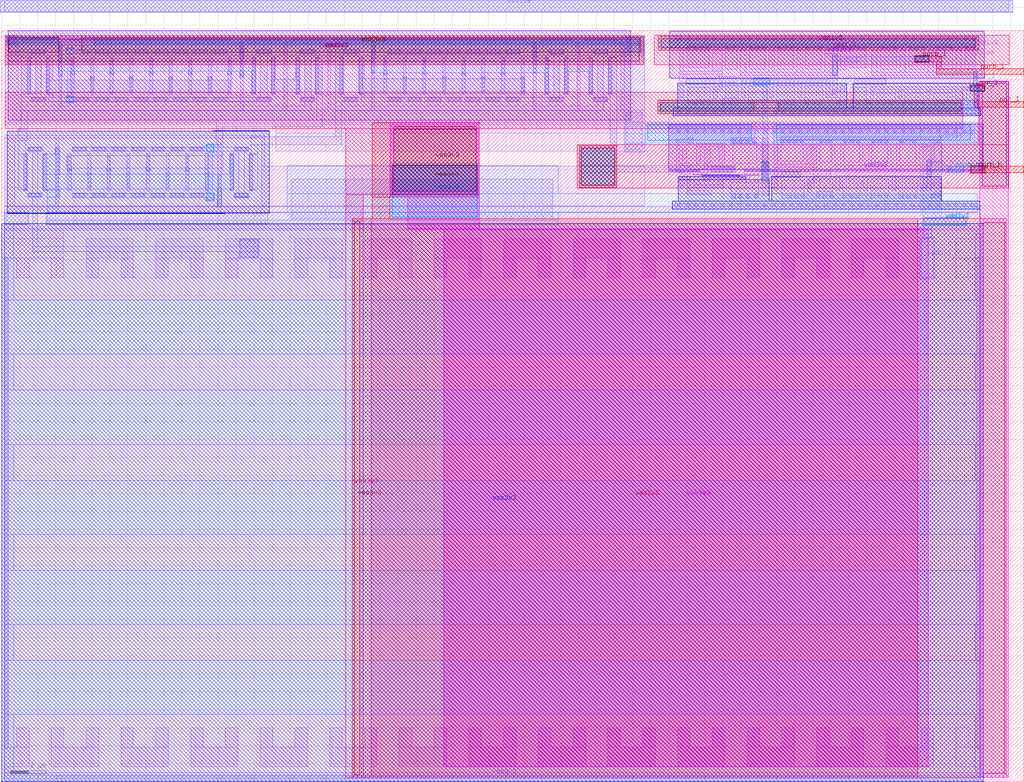
<source format=lef>
VERSION 5.7 ;
  NOWIREEXTENSIONATPIN ON ;
  DIVIDERCHAR "/" ;
  BUSBITCHARS "[]" ;
MACRO simple_por
  CLASS BLOCK ;
  FOREIGN simple_por ;
  ORIGIN 0.000 0.000 ;
  SIZE 56.720 BY 41.690 ;
  PIN vdd3v3
    DIRECTION INOUT ;
    USE POWER ;
    PORT
      LAYER nwell ;
        RECT 0.350 36.720 34.910 41.690 ;
        RECT 37.005 33.995 54.465 36.505 ;
        RECT 37.005 33.905 38.675 33.995 ;
        RECT 41.220 33.905 54.465 33.995 ;
      LAYER li1 ;
        RECT 0.205 41.300 0.915 41.440 ;
        RECT 34.455 41.300 35.670 41.430 ;
        RECT 0.205 41.130 35.670 41.300 ;
        RECT 0.205 37.280 0.915 41.130 ;
        RECT 3.170 37.280 3.340 41.130 ;
        RECT 3.840 38.185 4.010 40.225 ;
        RECT 6.020 38.185 6.190 40.225 ;
        RECT 8.200 38.185 8.370 40.225 ;
        RECT 10.380 38.185 10.550 40.225 ;
        RECT 12.560 38.185 12.730 40.225 ;
        RECT 13.230 37.280 13.400 41.130 ;
        RECT 13.900 38.185 14.070 40.225 ;
        RECT 15.660 37.280 15.830 41.130 ;
        RECT 18.090 37.280 18.260 41.130 ;
        RECT 20.520 37.280 20.690 41.130 ;
        RECT 21.190 38.185 21.360 40.225 ;
        RECT 23.370 38.185 23.540 40.225 ;
        RECT 25.550 38.185 25.720 40.225 ;
        RECT 27.730 38.185 27.900 40.225 ;
        RECT 29.490 37.280 29.660 41.130 ;
        RECT 30.160 38.185 30.330 40.225 ;
        RECT 31.920 37.280 32.090 41.130 ;
        RECT 34.350 37.280 35.670 41.130 ;
        RECT 0.205 36.610 35.670 37.280 ;
        RECT 0.205 36.525 54.145 36.610 ;
        RECT 15.215 36.005 54.145 36.525 ;
        RECT 15.215 35.025 35.670 36.005 ;
        RECT 40.465 35.425 41.905 35.755 ;
        RECT 40.570 34.340 41.905 35.425 ;
        RECT 43.230 35.645 52.120 35.815 ;
        RECT 43.230 34.465 44.480 35.645 ;
        RECT 45.380 34.405 46.050 35.645 ;
        RECT 46.720 34.405 47.610 35.645 ;
        RECT 48.280 34.405 49.170 35.645 ;
        RECT 49.840 34.405 50.730 35.645 ;
        RECT 51.520 35.495 52.120 35.645 ;
        RECT 51.750 34.405 52.120 35.495 ;
        RECT 51.010 27.990 51.700 30.150 ;
      LAYER mcon ;
        RECT 0.285 40.950 0.845 41.375 ;
        RECT 1.135 41.130 2.945 41.300 ;
        RECT 3.835 41.130 12.735 41.300 ;
        RECT 13.625 41.130 15.435 41.300 ;
        RECT 16.055 41.130 17.865 41.300 ;
        RECT 18.485 41.130 20.295 41.300 ;
        RECT 21.130 41.130 29.050 41.300 ;
        RECT 29.885 41.130 31.695 41.300 ;
        RECT 32.315 41.130 34.125 41.300 ;
        RECT 3.170 39.205 3.340 41.130 ;
        RECT 3.840 39.310 4.010 40.060 ;
        RECT 6.020 39.310 6.190 40.060 ;
        RECT 8.200 39.310 8.370 40.060 ;
        RECT 10.380 39.310 10.550 40.060 ;
        RECT 12.560 39.310 12.730 40.060 ;
        RECT 13.230 39.205 13.400 41.130 ;
        RECT 13.900 38.265 14.070 40.145 ;
        RECT 20.520 39.395 20.690 41.130 ;
        RECT 21.190 39.310 21.360 40.060 ;
        RECT 23.370 39.310 23.540 40.060 ;
        RECT 25.550 39.310 25.720 40.060 ;
        RECT 27.730 39.310 27.900 40.060 ;
        RECT 29.490 39.395 29.660 41.130 ;
        RECT 30.160 38.265 30.330 40.145 ;
        RECT 34.680 40.560 35.585 41.365 ;
        RECT 34.635 35.110 35.550 37.175 ;
        RECT 37.490 36.005 37.660 36.175 ;
        RECT 37.970 36.005 38.140 36.175 ;
        RECT 38.450 36.005 38.620 36.175 ;
        RECT 38.930 36.005 39.100 36.175 ;
        RECT 39.410 36.005 39.580 36.175 ;
        RECT 39.890 36.005 40.060 36.175 ;
        RECT 40.370 36.005 40.540 36.175 ;
        RECT 40.850 36.005 41.020 36.175 ;
        RECT 41.330 36.005 41.500 36.175 ;
        RECT 41.810 36.005 41.980 36.175 ;
        RECT 42.290 36.005 42.460 36.175 ;
        RECT 42.770 36.005 42.940 36.175 ;
        RECT 43.250 36.005 43.420 36.175 ;
        RECT 43.730 36.005 43.900 36.175 ;
        RECT 44.210 36.005 44.380 36.175 ;
        RECT 44.690 36.005 44.860 36.175 ;
        RECT 45.170 36.005 45.340 36.175 ;
        RECT 45.650 36.005 45.820 36.175 ;
        RECT 46.130 36.005 46.300 36.175 ;
        RECT 46.610 36.005 46.780 36.175 ;
        RECT 47.090 36.005 47.260 36.175 ;
        RECT 47.570 36.005 47.740 36.175 ;
        RECT 48.050 36.005 48.220 36.175 ;
        RECT 48.530 36.005 48.700 36.175 ;
        RECT 49.010 36.005 49.180 36.175 ;
        RECT 49.490 36.005 49.660 36.175 ;
        RECT 49.970 36.005 50.140 36.175 ;
        RECT 50.450 36.005 50.620 36.175 ;
        RECT 50.930 36.005 51.100 36.175 ;
        RECT 51.410 36.005 51.580 36.175 ;
        RECT 51.890 36.005 52.060 36.175 ;
        RECT 52.370 36.005 52.540 36.175 ;
        RECT 52.850 36.005 53.020 36.175 ;
        RECT 53.330 36.005 53.500 36.175 ;
        RECT 53.810 36.005 53.980 36.175 ;
        RECT 40.560 35.495 40.730 35.665 ;
        RECT 40.920 35.495 41.090 35.665 ;
        RECT 41.280 35.495 41.450 35.665 ;
        RECT 41.640 35.495 41.810 35.665 ;
        RECT 43.230 35.495 43.400 35.665 ;
        RECT 43.590 35.495 43.760 35.665 ;
        RECT 43.950 35.495 44.120 35.665 ;
        RECT 44.310 35.495 44.480 35.665 ;
        RECT 45.385 35.495 45.555 35.665 ;
        RECT 45.745 35.495 45.915 35.665 ;
        RECT 46.720 35.495 46.890 35.665 ;
        RECT 47.080 35.495 47.250 35.665 ;
        RECT 47.440 35.495 47.610 35.665 ;
        RECT 48.280 35.495 48.450 35.665 ;
        RECT 48.640 35.495 48.810 35.665 ;
        RECT 49.000 35.495 49.170 35.665 ;
        RECT 49.845 35.495 50.015 35.665 ;
        RECT 50.560 35.495 50.730 35.665 ;
        RECT 51.880 35.495 52.050 35.665 ;
      LAYER met1 ;
        RECT 0.200 41.045 35.665 41.430 ;
        RECT 0.200 40.895 35.670 41.045 ;
        RECT 3.140 40.140 3.370 40.895 ;
        RECT 13.200 40.140 13.430 40.895 ;
        RECT 13.870 40.140 14.100 40.205 ;
        RECT 20.490 40.165 20.720 40.895 ;
        RECT 29.460 40.165 29.690 40.895 ;
        RECT 30.130 40.165 30.360 40.205 ;
        RECT 3.135 39.460 14.105 40.140 ;
        RECT 3.140 39.145 3.370 39.460 ;
        RECT 3.810 39.250 4.040 39.460 ;
        RECT 5.990 39.250 6.220 39.460 ;
        RECT 8.170 39.250 8.400 39.460 ;
        RECT 10.350 39.250 10.580 39.460 ;
        RECT 12.530 39.250 12.760 39.460 ;
        RECT 13.200 39.145 13.430 39.460 ;
        RECT 13.870 38.205 14.100 39.460 ;
        RECT 20.490 39.360 30.360 40.165 ;
        RECT 20.490 39.335 20.720 39.360 ;
        RECT 21.160 39.250 21.390 39.360 ;
        RECT 23.340 39.250 23.570 39.360 ;
        RECT 25.520 39.250 25.750 39.360 ;
        RECT 27.700 39.250 27.930 39.360 ;
        RECT 29.460 39.335 29.690 39.360 ;
        RECT 30.130 38.205 30.360 39.360 ;
        RECT 34.550 36.620 35.670 40.895 ;
        RECT 34.550 35.470 54.160 36.620 ;
        RECT 34.550 34.970 35.670 35.470 ;
        RECT 37.335 35.465 54.160 35.470 ;
        RECT 51.105 30.880 53.580 31.350 ;
        RECT 51.105 30.225 51.575 30.880 ;
        RECT 50.935 27.910 51.765 30.225 ;
      LAYER via ;
        RECT 0.300 41.005 3.120 41.345 ;
        RECT 5.130 40.965 35.465 41.300 ;
        RECT 35.855 35.620 41.600 36.495 ;
        RECT 43.010 35.620 53.750 36.495 ;
        RECT 51.165 30.935 53.500 31.300 ;
      LAYER met2 ;
        RECT 4.925 41.430 35.660 41.435 ;
        RECT 0.190 40.935 35.660 41.430 ;
        RECT 0.190 40.305 3.270 40.935 ;
        RECT 4.330 40.300 35.660 40.935 ;
        RECT 35.705 35.470 41.775 36.620 ;
        RECT 42.835 35.470 53.990 36.620 ;
        RECT 51.105 31.350 52.155 35.470 ;
        RECT 51.105 30.880 53.580 31.350 ;
      LAYER via2 ;
        RECT 0.385 40.520 3.170 41.305 ;
        RECT 4.430 40.520 35.455 41.305 ;
      LAYER met3 ;
        RECT 0.190 39.825 35.630 41.415 ;
      LAYER via3 ;
        RECT 0.365 40.000 35.365 41.220 ;
      LAYER met4 ;
        RECT 0.190 39.825 35.630 41.415 ;
    END
  END vdd3v3
  PIN vdd1v8
    DIRECTION INOUT ;
    USE POWER ;
    PORT
      LAYER nwell ;
        RECT 37.055 39.075 54.515 41.675 ;
      LAYER li1 ;
        RECT 37.385 41.175 54.185 41.345 ;
        RECT 38.000 40.815 46.890 40.985 ;
        RECT 38.000 39.635 39.250 40.815 ;
        RECT 40.150 39.575 40.820 40.815 ;
        RECT 41.490 39.575 42.380 40.815 ;
        RECT 43.050 39.575 43.940 40.815 ;
        RECT 44.610 39.575 45.500 40.815 ;
        RECT 46.290 40.665 46.890 40.815 ;
        RECT 46.520 39.575 46.890 40.665 ;
        RECT 47.080 40.815 54.010 40.985 ;
        RECT 47.080 39.635 47.970 40.815 ;
        RECT 48.760 39.575 49.650 40.815 ;
        RECT 50.320 39.575 51.210 40.815 ;
        RECT 51.880 39.575 52.770 40.815 ;
        RECT 53.440 39.575 54.010 40.815 ;
      LAYER mcon ;
        RECT 37.540 41.175 37.710 41.345 ;
        RECT 38.020 41.175 38.190 41.345 ;
        RECT 38.500 41.175 38.670 41.345 ;
        RECT 38.980 41.175 39.150 41.345 ;
        RECT 39.460 41.175 39.630 41.345 ;
        RECT 39.940 41.175 40.110 41.345 ;
        RECT 40.420 41.175 40.590 41.345 ;
        RECT 40.900 41.175 41.070 41.345 ;
        RECT 41.380 41.175 41.550 41.345 ;
        RECT 41.860 41.175 42.030 41.345 ;
        RECT 42.340 41.175 42.510 41.345 ;
        RECT 42.820 41.175 42.990 41.345 ;
        RECT 43.300 41.175 43.470 41.345 ;
        RECT 43.780 41.175 43.950 41.345 ;
        RECT 44.260 41.175 44.430 41.345 ;
        RECT 44.740 41.175 44.910 41.345 ;
        RECT 45.220 41.175 45.390 41.345 ;
        RECT 45.700 41.175 45.870 41.345 ;
        RECT 46.180 41.175 46.350 41.345 ;
        RECT 46.660 41.175 46.830 41.345 ;
        RECT 47.140 41.175 47.310 41.345 ;
        RECT 47.620 41.175 47.790 41.345 ;
        RECT 48.100 41.175 48.270 41.345 ;
        RECT 48.580 41.175 48.750 41.345 ;
        RECT 49.060 41.175 49.230 41.345 ;
        RECT 49.540 41.175 49.710 41.345 ;
        RECT 50.020 41.175 50.190 41.345 ;
        RECT 50.500 41.175 50.670 41.345 ;
        RECT 50.980 41.175 51.150 41.345 ;
        RECT 51.460 41.175 51.630 41.345 ;
        RECT 51.940 41.175 52.110 41.345 ;
        RECT 52.420 41.175 52.590 41.345 ;
        RECT 52.900 41.175 53.070 41.345 ;
        RECT 53.380 41.175 53.550 41.345 ;
        RECT 53.860 41.175 54.030 41.345 ;
        RECT 38.000 40.665 38.170 40.835 ;
        RECT 38.360 40.665 38.530 40.835 ;
        RECT 38.720 40.665 38.890 40.835 ;
        RECT 39.080 40.665 39.250 40.835 ;
        RECT 40.155 40.665 40.325 40.835 ;
        RECT 40.515 40.665 40.685 40.835 ;
        RECT 41.490 40.665 41.660 40.835 ;
        RECT 41.850 40.665 42.020 40.835 ;
        RECT 42.210 40.665 42.380 40.835 ;
        RECT 43.050 40.665 43.220 40.835 ;
        RECT 43.410 40.665 43.580 40.835 ;
        RECT 43.770 40.665 43.940 40.835 ;
        RECT 44.615 40.665 44.785 40.835 ;
        RECT 45.330 40.665 45.500 40.835 ;
        RECT 46.650 40.665 46.820 40.835 ;
        RECT 47.080 40.665 47.250 40.835 ;
        RECT 47.440 40.665 47.610 40.835 ;
        RECT 47.800 40.665 47.970 40.835 ;
        RECT 48.760 40.665 48.930 40.835 ;
        RECT 49.120 40.665 49.290 40.835 ;
        RECT 49.480 40.665 49.650 40.835 ;
        RECT 50.320 40.665 50.490 40.835 ;
        RECT 50.680 40.665 50.850 40.835 ;
        RECT 51.040 40.665 51.210 40.835 ;
        RECT 51.880 40.665 52.050 40.835 ;
        RECT 52.240 40.665 52.410 40.835 ;
        RECT 52.600 40.665 52.770 40.835 ;
        RECT 53.440 40.665 53.610 40.835 ;
        RECT 53.840 40.665 54.010 40.835 ;
      LAYER met1 ;
        RECT 36.420 40.625 54.205 41.390 ;
      LAYER via ;
        RECT 36.590 40.765 54.010 41.260 ;
      LAYER met2 ;
        RECT 36.420 40.625 54.205 41.390 ;
      LAYER via2 ;
        RECT 36.590 40.765 54.010 41.260 ;
      LAYER met3 ;
        RECT 36.420 40.625 54.205 41.390 ;
      LAYER via3 ;
        RECT 36.590 40.765 54.010 41.260 ;
      LAYER met4 ;
        RECT 36.205 39.810 55.900 41.455 ;
    END
  END vdd1v8
  PIN vss3v3
    DIRECTION INOUT ;
    USE GROUND ;
    PORT
      LAYER pwell ;
        RECT 37.500 37.405 46.890 38.775 ;
        RECT 47.250 37.405 54.150 38.775 ;
        RECT 37.255 36.975 54.315 37.405 ;
        RECT 11.760 36.135 14.840 36.140 ;
        RECT 0.315 31.560 14.840 36.135 ;
        RECT 38.855 33.605 40.910 33.695 ;
        RECT 37.525 33.595 40.910 33.605 ;
        RECT 37.525 33.435 41.275 33.595 ;
        RECT 37.525 32.235 42.595 33.435 ;
        RECT 42.730 32.235 52.120 33.605 ;
        RECT 37.205 31.805 54.265 32.235 ;
        RECT 0.315 31.555 12.385 31.560 ;
        RECT 0.000 0.000 54.460 30.980 ;
      LAYER li1 ;
        RECT 38.060 37.740 39.310 38.575 ;
        RECT 40.150 37.950 40.880 38.635 ;
        RECT 39.990 37.740 40.880 37.950 ;
        RECT 41.430 37.740 42.440 38.635 ;
        RECT 42.990 37.740 44.000 38.635 ;
        RECT 44.550 37.740 45.560 38.635 ;
        RECT 46.520 37.790 46.890 38.635 ;
        RECT 46.360 37.740 46.890 37.790 ;
        RECT 38.060 37.570 46.890 37.740 ;
        RECT 47.080 37.740 47.970 38.575 ;
        RECT 48.560 37.740 49.570 38.235 ;
        RECT 50.120 37.740 51.130 38.235 ;
        RECT 51.680 37.740 52.730 38.235 ;
        RECT 53.720 37.740 54.090 38.235 ;
        RECT 47.080 37.570 54.090 37.740 ;
        RECT 37.385 37.105 54.185 37.275 ;
        RECT 12.000 35.895 14.600 35.900 ;
        RECT 0.175 35.730 14.600 35.895 ;
        RECT 0.175 35.725 12.170 35.730 ;
        RECT 0.175 31.965 0.725 35.725 ;
        RECT 2.315 32.825 2.485 34.865 ;
        RECT 2.985 31.965 3.175 35.725 ;
        RECT 4.765 32.825 4.935 34.865 ;
        RECT 6.945 32.825 7.115 34.865 ;
        RECT 9.125 32.825 9.295 34.865 ;
        RECT 11.305 32.825 11.475 34.865 ;
        RECT 11.975 31.970 12.170 35.725 ;
        RECT 12.670 32.830 12.840 34.870 ;
        RECT 14.430 34.190 14.600 35.730 ;
        RECT 14.430 31.970 35.670 34.190 ;
        RECT 40.455 32.395 41.965 33.305 ;
        RECT 43.290 32.570 44.540 33.405 ;
        RECT 45.380 32.780 46.110 33.465 ;
        RECT 45.220 32.570 46.110 32.780 ;
        RECT 46.660 32.570 47.670 33.465 ;
        RECT 48.220 32.570 49.230 33.465 ;
        RECT 49.780 32.570 50.790 33.465 ;
        RECT 51.750 32.620 52.120 33.465 ;
        RECT 51.590 32.570 52.120 32.620 ;
        RECT 43.290 32.400 52.120 32.570 ;
        RECT 11.975 31.965 35.670 31.970 ;
        RECT 0.175 31.940 35.670 31.965 ;
        RECT 37.335 31.940 54.135 32.105 ;
        RECT 0.175 30.715 54.300 31.940 ;
        RECT 0.175 30.630 54.280 30.715 ;
        RECT 0.175 30.150 3.445 30.630 ;
        RECT 0.175 29.065 3.450 30.150 ;
        RECT 0.180 1.905 0.350 29.065 ;
        RECT 0.830 27.990 1.520 29.065 ;
        RECT 2.760 27.990 3.450 29.065 ;
        RECT 52.940 30.145 53.630 30.150 ;
        RECT 54.110 30.145 54.280 30.630 ;
        RECT 52.940 29.065 54.280 30.145 ;
        RECT 52.940 27.990 53.630 29.065 ;
        RECT 0.830 1.905 1.520 2.990 ;
        RECT 0.180 0.830 1.520 1.905 ;
        RECT 52.940 1.905 53.630 2.990 ;
        RECT 54.110 1.905 54.280 29.065 ;
        RECT 52.940 0.830 54.280 1.905 ;
        RECT 0.180 0.825 1.170 0.830 ;
        RECT 53.275 0.825 54.280 0.830 ;
        RECT 0.180 0.350 0.350 0.825 ;
        RECT 54.110 0.350 54.280 0.825 ;
        RECT 0.180 0.180 54.280 0.350 ;
      LAYER mcon ;
        RECT 38.420 37.570 38.590 37.740 ;
        RECT 38.780 37.570 38.950 37.740 ;
        RECT 39.140 37.570 39.310 37.740 ;
        RECT 39.990 37.570 40.160 37.740 ;
        RECT 40.350 37.570 40.520 37.740 ;
        RECT 40.710 37.570 40.880 37.740 ;
        RECT 41.455 37.570 41.625 37.740 ;
        RECT 41.815 37.570 41.985 37.740 ;
        RECT 42.175 37.570 42.345 37.740 ;
        RECT 43.055 37.570 43.225 37.740 ;
        RECT 43.415 37.570 43.585 37.740 ;
        RECT 43.775 37.570 43.945 37.740 ;
        RECT 44.620 37.570 44.790 37.740 ;
        RECT 44.980 37.570 45.150 37.740 ;
        RECT 45.340 37.570 45.510 37.740 ;
        RECT 46.360 37.570 46.530 37.740 ;
        RECT 46.720 37.570 46.890 37.740 ;
        RECT 47.440 37.570 47.610 37.740 ;
        RECT 47.800 37.570 47.970 37.740 ;
        RECT 48.160 37.570 48.330 37.740 ;
        RECT 48.520 37.570 48.690 37.740 ;
        RECT 48.880 37.570 49.050 37.740 ;
        RECT 49.240 37.570 49.410 37.740 ;
        RECT 49.600 37.570 49.770 37.740 ;
        RECT 49.960 37.570 50.130 37.740 ;
        RECT 50.320 37.570 50.490 37.740 ;
        RECT 50.680 37.570 50.850 37.740 ;
        RECT 51.040 37.570 51.210 37.740 ;
        RECT 51.400 37.570 51.570 37.740 ;
        RECT 51.760 37.570 51.930 37.740 ;
        RECT 52.120 37.570 52.290 37.740 ;
        RECT 52.480 37.570 52.650 37.740 ;
        RECT 52.840 37.570 53.010 37.740 ;
        RECT 53.200 37.570 53.370 37.740 ;
        RECT 53.560 37.570 53.730 37.740 ;
        RECT 53.920 37.570 54.090 37.740 ;
        RECT 37.540 37.105 37.710 37.275 ;
        RECT 38.020 37.105 38.190 37.275 ;
        RECT 38.500 37.105 38.670 37.275 ;
        RECT 38.980 37.105 39.150 37.275 ;
        RECT 39.460 37.105 39.630 37.275 ;
        RECT 39.940 37.105 40.110 37.275 ;
        RECT 40.420 37.105 40.590 37.275 ;
        RECT 40.900 37.105 41.070 37.275 ;
        RECT 41.380 37.105 41.550 37.275 ;
        RECT 41.860 37.105 42.030 37.275 ;
        RECT 42.340 37.105 42.510 37.275 ;
        RECT 42.820 37.105 42.990 37.275 ;
        RECT 43.300 37.105 43.470 37.275 ;
        RECT 43.780 37.105 43.950 37.275 ;
        RECT 44.260 37.105 44.430 37.275 ;
        RECT 44.740 37.105 44.910 37.275 ;
        RECT 45.220 37.105 45.390 37.275 ;
        RECT 45.700 37.105 45.870 37.275 ;
        RECT 46.180 37.105 46.350 37.275 ;
        RECT 46.660 37.105 46.830 37.275 ;
        RECT 47.140 37.105 47.310 37.275 ;
        RECT 47.620 37.105 47.790 37.275 ;
        RECT 48.100 37.105 48.270 37.275 ;
        RECT 48.580 37.105 48.750 37.275 ;
        RECT 49.060 37.105 49.230 37.275 ;
        RECT 49.540 37.105 49.710 37.275 ;
        RECT 50.020 37.105 50.190 37.275 ;
        RECT 50.500 37.105 50.670 37.275 ;
        RECT 50.980 37.105 51.150 37.275 ;
        RECT 51.460 37.105 51.630 37.275 ;
        RECT 51.940 37.105 52.110 37.275 ;
        RECT 52.420 37.105 52.590 37.275 ;
        RECT 52.900 37.105 53.070 37.275 ;
        RECT 53.380 37.105 53.550 37.275 ;
        RECT 53.860 37.105 54.030 37.275 ;
        RECT 2.315 32.905 2.485 34.785 ;
        RECT 3.005 32.530 3.175 35.160 ;
        RECT 4.765 32.990 4.935 33.740 ;
        RECT 6.945 32.990 7.115 33.740 ;
        RECT 9.125 32.990 9.295 33.740 ;
        RECT 11.305 32.990 11.475 33.740 ;
        RECT 12.000 31.970 12.170 33.660 ;
        RECT 12.670 32.910 12.840 34.790 ;
        RECT 0.240 30.960 1.430 31.590 ;
        RECT 2.525 30.955 14.755 31.600 ;
        RECT 16.100 31.265 30.580 33.465 ;
        RECT 40.545 32.445 40.715 32.615 ;
        RECT 40.905 32.445 41.075 32.615 ;
        RECT 41.315 32.445 41.485 32.615 ;
        RECT 41.745 32.445 41.915 32.615 ;
        RECT 43.650 32.400 43.820 32.570 ;
        RECT 44.010 32.400 44.180 32.570 ;
        RECT 44.370 32.400 44.540 32.570 ;
        RECT 45.220 32.400 45.390 32.570 ;
        RECT 45.580 32.400 45.750 32.570 ;
        RECT 45.940 32.400 46.110 32.570 ;
        RECT 46.685 32.400 46.855 32.570 ;
        RECT 47.045 32.400 47.215 32.570 ;
        RECT 47.405 32.400 47.575 32.570 ;
        RECT 48.285 32.400 48.455 32.570 ;
        RECT 48.645 32.400 48.815 32.570 ;
        RECT 49.005 32.400 49.175 32.570 ;
        RECT 49.850 32.400 50.020 32.570 ;
        RECT 50.210 32.400 50.380 32.570 ;
        RECT 50.570 32.400 50.740 32.570 ;
        RECT 51.590 32.400 51.760 32.570 ;
        RECT 51.950 32.400 52.120 32.570 ;
        RECT 37.490 31.935 37.660 32.105 ;
        RECT 37.970 31.935 38.140 32.105 ;
        RECT 38.450 31.935 38.620 32.105 ;
        RECT 38.930 31.935 39.100 32.105 ;
        RECT 39.410 31.935 39.580 32.105 ;
        RECT 39.890 31.935 40.060 32.105 ;
        RECT 40.370 31.935 40.540 32.105 ;
        RECT 40.850 31.935 41.020 32.105 ;
        RECT 41.330 31.935 41.500 32.105 ;
        RECT 41.810 31.935 41.980 32.105 ;
        RECT 42.290 31.935 42.460 32.105 ;
        RECT 42.770 31.935 42.940 32.105 ;
        RECT 43.250 31.935 43.420 32.105 ;
        RECT 43.730 31.935 43.900 32.105 ;
        RECT 44.210 31.935 44.380 32.105 ;
        RECT 44.690 31.935 44.860 32.105 ;
        RECT 45.170 31.935 45.340 32.105 ;
        RECT 45.650 31.935 45.820 32.105 ;
        RECT 46.130 31.935 46.300 32.105 ;
        RECT 46.610 31.935 46.780 32.105 ;
        RECT 47.090 31.935 47.260 32.105 ;
        RECT 47.570 31.935 47.740 32.105 ;
        RECT 48.050 31.935 48.220 32.105 ;
        RECT 48.530 31.935 48.700 32.105 ;
        RECT 49.010 31.935 49.180 32.105 ;
        RECT 49.490 31.935 49.660 32.105 ;
        RECT 49.970 31.935 50.140 32.105 ;
        RECT 50.450 31.935 50.620 32.105 ;
        RECT 50.930 31.935 51.100 32.105 ;
        RECT 51.410 31.935 51.580 32.105 ;
        RECT 51.890 31.935 52.060 32.105 ;
        RECT 52.370 31.935 52.540 32.105 ;
        RECT 52.850 31.935 53.020 32.105 ;
        RECT 53.330 31.935 53.500 32.105 ;
        RECT 53.810 31.935 53.980 32.105 ;
        RECT 0.180 1.865 0.350 29.115 ;
        RECT 54.110 1.865 54.280 29.115 ;
        RECT 3.040 0.180 51.420 0.350 ;
      LAYER met1 ;
        RECT 36.395 37.815 54.180 37.850 ;
        RECT 36.395 37.445 54.185 37.815 ;
        RECT 36.395 37.305 54.180 37.445 ;
        RECT 36.395 37.085 54.185 37.305 ;
        RECT 37.385 37.075 54.185 37.085 ;
        RECT 2.975 34.860 3.205 35.220 ;
        RECT 2.315 34.845 3.205 34.860 ;
        RECT 2.285 33.725 3.205 34.845 ;
        RECT 4.735 33.725 4.965 33.800 ;
        RECT 6.915 33.725 7.145 33.800 ;
        RECT 9.095 33.725 9.325 33.800 ;
        RECT 11.275 33.725 11.505 33.800 ;
        RECT 12.640 33.725 12.870 34.850 ;
        RECT 2.285 32.895 12.870 33.725 ;
        RECT 2.285 32.845 3.205 32.895 ;
        RECT 2.525 32.470 3.205 32.845 ;
        RECT 2.525 31.630 3.170 32.470 ;
        RECT 11.970 31.910 12.200 32.895 ;
        RECT 12.640 32.850 12.870 32.895 ;
        RECT 15.835 32.655 30.870 34.210 ;
        RECT 15.835 31.630 54.135 32.655 ;
        RECT 0.125 30.925 1.505 31.630 ;
        RECT 2.465 31.595 54.135 31.630 ;
        RECT 2.465 31.185 30.870 31.595 ;
        RECT 2.465 30.925 30.875 31.185 ;
        RECT 0.125 26.740 0.665 30.925 ;
        RECT 54.025 26.740 54.335 30.395 ;
        RECT 0.125 23.740 54.335 26.740 ;
        RECT 0.125 21.740 0.665 23.740 ;
        RECT 54.025 21.740 54.335 23.740 ;
        RECT 0.125 18.740 54.335 21.740 ;
        RECT 0.125 16.740 0.665 18.740 ;
        RECT 54.025 16.740 54.335 18.740 ;
        RECT 0.125 13.740 54.335 16.740 ;
        RECT 0.125 11.740 0.665 13.740 ;
        RECT 54.025 11.740 54.335 13.740 ;
        RECT 0.125 8.740 54.335 11.740 ;
        RECT 0.125 6.740 0.665 8.740 ;
        RECT 54.025 6.740 54.335 8.740 ;
        RECT 0.125 3.740 54.335 6.740 ;
        RECT 0.125 0.495 0.665 3.740 ;
        RECT 54.025 0.495 54.335 3.740 ;
        RECT 0.125 0.055 54.335 0.495 ;
      LAYER via ;
        RECT 36.530 37.245 41.715 37.715 ;
        RECT 43.090 37.245 53.245 37.715 ;
        RECT 21.655 31.350 26.390 34.095 ;
      LAYER met2 ;
        RECT 36.395 37.085 41.870 37.850 ;
        RECT 42.940 37.715 53.335 37.850 ;
        RECT 42.935 37.245 53.335 37.715 ;
        RECT 42.940 37.085 53.335 37.245 ;
        RECT 21.540 31.245 26.490 34.340 ;
      LAYER via2 ;
        RECT 36.530 37.245 41.715 37.715 ;
        RECT 43.090 37.245 53.245 37.715 ;
        RECT 21.655 32.610 26.390 34.245 ;
      LAYER met3 ;
        RECT 36.395 37.085 53.335 37.850 ;
        RECT 20.555 32.470 26.495 36.585 ;
        RECT 20.555 31.255 21.535 32.470 ;
        RECT 19.455 0.255 50.815 31.255 ;
      LAYER via3 ;
        RECT 36.530 37.245 53.245 37.715 ;
        RECT 21.750 32.790 26.340 36.385 ;
        RECT 19.555 0.395 19.875 31.115 ;
      LAYER met4 ;
        RECT 0.190 36.275 53.335 38.275 ;
        RECT 19.085 32.610 26.495 36.275 ;
        RECT 19.085 0.255 20.055 32.610 ;
      LAYER via4 ;
        RECT 21.750 32.790 26.340 36.235 ;
      LAYER met5 ;
        RECT 21.565 32.470 26.495 36.585 ;
        RECT 22.535 30.675 26.495 32.470 ;
        RECT 24.535 0.835 51.415 30.675 ;
    END
  END vss3v3
  PIN porb_h
    DIRECTION OUTPUT ;
    USE SIGNAL ;
    ANTENNADIFFAREA 2.520000 ;
    PORT
      LAYER li1 ;
        RECT 46.220 34.225 46.550 35.465 ;
        RECT 47.780 34.225 48.110 35.465 ;
        RECT 49.340 34.225 49.670 35.465 ;
        RECT 50.900 35.250 51.350 35.465 ;
        RECT 50.900 34.225 51.580 35.250 ;
        RECT 46.220 34.055 51.580 34.225 ;
        RECT 46.280 33.645 51.170 33.815 ;
        RECT 46.280 32.825 46.490 33.645 ;
        RECT 47.840 32.825 48.050 33.645 ;
        RECT 49.400 32.825 49.610 33.645 ;
        RECT 50.960 32.995 51.170 33.645 ;
        RECT 51.350 32.995 51.580 34.055 ;
        RECT 50.960 32.825 51.580 32.995 ;
      LAYER mcon ;
        RECT 51.350 33.675 51.580 34.480 ;
      LAYER met1 ;
        RECT 51.320 34.170 51.610 34.540 ;
        RECT 51.320 33.825 53.410 34.170 ;
        RECT 51.320 33.615 51.610 33.825 ;
      LAYER via ;
        RECT 52.535 33.825 53.360 34.170 ;
      LAYER met2 ;
        RECT 52.490 33.825 54.590 34.170 ;
      LAYER via2 ;
        RECT 53.785 33.825 54.545 34.170 ;
      LAYER met3 ;
        RECT 53.735 34.170 54.590 34.200 ;
        RECT 53.735 33.825 56.710 34.170 ;
        RECT 53.735 33.790 54.590 33.825 ;
    END
  END porb_h
  PIN por_l
    DIRECTION OUTPUT ;
    USE SIGNAL ;
    ANTENNADIFFAREA 2.520000 ;
    PORT
      LAYER li1 ;
        RECT 48.260 39.395 48.590 40.635 ;
        RECT 49.820 39.395 50.150 40.635 ;
        RECT 51.380 39.395 51.710 40.635 ;
        RECT 52.940 39.395 53.270 40.635 ;
        RECT 48.260 39.225 54.095 39.395 ;
        RECT 48.180 38.585 53.210 38.590 ;
        RECT 53.925 38.585 54.095 39.225 ;
        RECT 48.180 38.420 54.095 38.585 ;
        RECT 48.180 37.920 48.390 38.420 ;
        RECT 49.740 37.920 49.950 38.420 ;
        RECT 51.300 37.920 51.510 38.420 ;
        RECT 52.900 38.415 54.095 38.420 ;
        RECT 52.900 37.920 53.550 38.415 ;
      LAYER mcon ;
        RECT 53.925 38.415 54.095 39.395 ;
      LAYER met1 ;
        RECT 53.895 38.640 54.125 39.455 ;
        RECT 53.715 38.370 54.575 38.640 ;
        RECT 53.895 38.355 54.125 38.370 ;
      LAYER via ;
        RECT 53.765 38.370 54.525 38.640 ;
      LAYER met2 ;
        RECT 53.765 38.305 54.525 38.705 ;
      LAYER via2 ;
        RECT 53.765 38.355 54.525 38.655 ;
      LAYER met3 ;
        RECT 53.715 38.330 54.550 38.695 ;
        RECT 53.960 37.755 54.260 38.330 ;
        RECT 53.960 37.455 56.720 37.755 ;
    END
  END por_l
  PIN porb_l
    DIRECTION OUTPUT ;
    USE SIGNAL ;
    ANTENNADIFFAREA 2.520000 ;
    PORT
      LAYER li1 ;
        RECT 40.990 39.395 41.320 40.635 ;
        RECT 42.550 39.395 42.880 40.635 ;
        RECT 44.110 39.395 44.440 40.635 ;
        RECT 45.670 40.420 46.120 40.635 ;
        RECT 45.670 39.395 46.350 40.420 ;
        RECT 40.990 39.225 46.350 39.395 ;
        RECT 41.050 38.815 45.940 38.985 ;
        RECT 41.050 37.995 41.260 38.815 ;
        RECT 42.610 37.995 42.820 38.815 ;
        RECT 44.170 37.995 44.380 38.815 ;
        RECT 45.730 38.165 45.940 38.815 ;
        RECT 46.120 38.165 46.350 39.225 ;
        RECT 45.730 37.995 46.350 38.165 ;
      LAYER mcon ;
        RECT 46.120 39.270 46.350 40.300 ;
      LAYER met1 ;
        RECT 46.090 40.255 46.380 40.360 ;
        RECT 50.640 40.255 51.500 40.265 ;
        RECT 46.090 40.005 51.500 40.255 ;
        RECT 46.090 39.210 46.380 40.005 ;
        RECT 50.640 39.995 51.500 40.005 ;
      LAYER via ;
        RECT 50.690 39.995 51.450 40.265 ;
      LAYER met2 ;
        RECT 50.690 39.930 51.450 40.330 ;
      LAYER via2 ;
        RECT 50.690 39.980 51.450 40.280 ;
      LAYER met3 ;
        RECT 50.640 40.280 51.475 40.320 ;
        RECT 50.640 39.980 52.155 40.280 ;
        RECT 50.640 39.955 51.475 39.980 ;
        RECT 51.855 39.580 52.155 39.980 ;
        RECT 51.855 39.280 56.715 39.580 ;
    END
  END porb_l
  PIN vss1v8
    DIRECTION INOUT ;
    USE GROUND ;
    PORT
      LAYER li1 ;
        RECT -0.070 42.760 56.090 43.380 ;
      LAYER mcon ;
        RECT 0.130 42.760 55.890 43.380 ;
      LAYER met1 ;
        RECT -0.070 42.720 56.090 43.420 ;
    END
  END vss1v8
  OBS
      LAYER li1 ;
        RECT 1.640 40.440 2.440 40.610 ;
        RECT 4.070 40.440 4.870 40.610 ;
        RECT 5.160 40.440 5.960 40.610 ;
        RECT 6.250 40.440 7.050 40.610 ;
        RECT 7.340 40.440 8.140 40.610 ;
        RECT 8.430 40.440 9.230 40.610 ;
        RECT 9.520 40.440 10.320 40.610 ;
        RECT 10.610 40.440 11.410 40.610 ;
        RECT 11.700 40.440 12.500 40.610 ;
        RECT 14.130 40.440 14.930 40.610 ;
        RECT 16.560 40.440 17.360 40.610 ;
        RECT 18.990 40.440 19.790 40.610 ;
        RECT 21.420 40.440 22.220 40.610 ;
        RECT 22.510 40.440 23.310 40.610 ;
        RECT 23.600 40.440 24.400 40.610 ;
        RECT 24.690 40.440 25.490 40.610 ;
        RECT 25.780 40.440 26.580 40.610 ;
        RECT 26.870 40.440 27.670 40.610 ;
        RECT 27.960 40.440 28.760 40.610 ;
        RECT 30.390 40.440 31.190 40.610 ;
        RECT 32.820 40.440 33.620 40.610 ;
        RECT 1.410 38.185 1.580 40.225 ;
        RECT 2.500 38.185 2.670 40.225 ;
        RECT 4.930 38.185 5.100 40.225 ;
        RECT 7.110 38.185 7.280 40.225 ;
        RECT 9.290 38.185 9.460 40.225 ;
        RECT 11.470 38.185 11.640 40.225 ;
        RECT 14.990 38.185 15.160 40.225 ;
        RECT 16.330 38.185 16.500 40.225 ;
        RECT 17.420 38.185 17.590 40.225 ;
        RECT 18.760 38.185 18.930 40.225 ;
        RECT 19.850 38.185 20.020 40.225 ;
        RECT 22.280 38.185 22.450 40.225 ;
        RECT 24.460 38.185 24.630 40.225 ;
        RECT 26.640 38.185 26.810 40.225 ;
        RECT 28.820 38.185 28.990 40.225 ;
        RECT 31.250 38.185 31.420 40.225 ;
        RECT 32.590 38.185 32.760 40.225 ;
        RECT 33.680 38.185 33.850 40.225 ;
        RECT 37.630 39.455 37.820 40.735 ;
        RECT 39.430 39.455 39.980 40.635 ;
        RECT 37.630 39.285 39.980 39.455 ;
        RECT 37.630 38.665 37.820 39.285 ;
        RECT 39.810 39.145 39.980 39.285 ;
        RECT 38.020 38.770 39.630 39.005 ;
        RECT 39.810 38.815 40.765 39.145 ;
        RECT 37.630 37.995 37.840 38.665 ;
        RECT 39.810 38.590 39.980 38.815 ;
        RECT 47.295 38.770 53.745 39.005 ;
        RECT 39.490 38.420 39.980 38.590 ;
        RECT 1.640 37.800 2.440 37.970 ;
        RECT 4.070 37.800 4.870 37.970 ;
        RECT 5.160 37.800 5.960 37.970 ;
        RECT 6.250 37.800 7.050 37.970 ;
        RECT 7.340 37.800 8.140 37.970 ;
        RECT 8.430 37.800 9.230 37.970 ;
        RECT 9.520 37.800 10.320 37.970 ;
        RECT 10.610 37.800 11.410 37.970 ;
        RECT 11.700 37.800 12.500 37.970 ;
        RECT 14.130 37.800 14.930 37.970 ;
        RECT 16.560 37.800 17.360 37.970 ;
        RECT 18.990 37.800 19.790 37.970 ;
        RECT 21.420 37.800 22.220 37.970 ;
        RECT 22.510 37.800 23.310 37.970 ;
        RECT 23.600 37.800 24.400 37.970 ;
        RECT 24.690 37.800 25.490 37.970 ;
        RECT 25.780 37.800 26.580 37.970 ;
        RECT 26.870 37.800 27.670 37.970 ;
        RECT 27.960 37.800 28.760 37.970 ;
        RECT 30.390 37.800 31.190 37.970 ;
        RECT 32.820 37.800 33.620 37.970 ;
        RECT 39.490 37.920 39.700 38.420 ;
        RECT 38.075 35.675 38.365 35.755 ;
        RECT 37.420 35.505 38.365 35.675 ;
        RECT 1.455 35.035 2.255 35.205 ;
        RECT 3.905 35.035 4.705 35.205 ;
        RECT 4.995 35.035 5.795 35.205 ;
        RECT 6.085 35.035 6.885 35.205 ;
        RECT 7.175 35.035 7.975 35.205 ;
        RECT 8.265 35.035 9.065 35.205 ;
        RECT 9.355 35.035 10.155 35.205 ;
        RECT 10.445 35.035 11.245 35.205 ;
        RECT 12.900 35.040 13.700 35.210 ;
        RECT 1.225 32.825 1.395 34.865 ;
        RECT 3.675 32.825 3.845 34.865 ;
        RECT 5.855 32.825 6.025 34.865 ;
        RECT 8.035 32.825 8.205 34.865 ;
        RECT 10.215 32.825 10.385 34.865 ;
        RECT 13.760 32.830 13.930 34.870 ;
        RECT 37.420 33.995 37.590 35.505 ;
        RECT 38.075 35.425 38.365 35.505 ;
        RECT 38.535 35.255 40.125 35.425 ;
        RECT 37.765 34.355 38.015 35.105 ;
        RECT 37.765 34.185 38.210 34.355 ;
        RECT 38.535 34.315 38.795 35.255 ;
        RECT 38.990 34.350 39.345 35.085 ;
        RECT 37.420 33.825 37.865 33.995 ;
        RECT 37.615 33.110 37.865 33.825 ;
        RECT 38.040 32.815 38.210 34.185 ;
        RECT 38.990 34.005 39.170 34.350 ;
        RECT 39.795 34.340 40.125 35.255 ;
        RECT 38.380 33.705 39.170 34.005 ;
        RECT 39.350 33.875 40.640 34.170 ;
        RECT 41.190 33.705 42.025 34.075 ;
        RECT 38.380 33.675 42.025 33.705 ;
        RECT 38.935 33.665 42.025 33.675 ;
        RECT 38.935 33.525 41.545 33.665 ;
        RECT 38.395 33.165 38.725 33.430 ;
        RECT 38.935 33.335 39.275 33.525 ;
        RECT 39.725 33.165 40.055 33.355 ;
        RECT 38.395 32.995 40.055 33.165 ;
        RECT 1.455 32.485 2.255 32.655 ;
        RECT 3.905 32.485 4.705 32.655 ;
        RECT 4.995 32.485 5.795 32.655 ;
        RECT 6.085 32.485 6.885 32.655 ;
        RECT 7.175 32.485 7.975 32.655 ;
        RECT 8.265 32.485 9.065 32.655 ;
        RECT 9.355 32.485 10.155 32.655 ;
        RECT 10.445 32.485 11.245 32.655 ;
        RECT 12.900 32.490 13.700 32.660 ;
        RECT 38.040 32.590 39.345 32.815 ;
        RECT 42.195 32.535 42.530 35.735 ;
        RECT 42.860 34.285 43.050 35.565 ;
        RECT 44.660 34.285 45.210 35.465 ;
        RECT 42.860 34.115 45.210 34.285 ;
        RECT 42.860 33.495 43.050 34.115 ;
        RECT 45.040 33.975 45.210 34.115 ;
        RECT 43.250 33.600 44.860 33.835 ;
        RECT 45.040 33.645 45.995 33.975 ;
        RECT 42.860 32.825 43.070 33.495 ;
        RECT 45.040 33.420 45.210 33.645 ;
        RECT 44.720 33.250 45.210 33.420 ;
        RECT 44.720 32.750 44.930 33.250 ;
        RECT 4.690 30.145 5.380 30.150 ;
        RECT 6.620 30.145 7.310 30.150 ;
        RECT 4.690 29.065 7.310 30.145 ;
        RECT 4.690 27.990 5.380 29.065 ;
        RECT 6.620 27.990 7.310 29.065 ;
        RECT 8.550 30.145 9.240 30.150 ;
        RECT 10.480 30.145 11.170 30.150 ;
        RECT 8.550 29.065 11.170 30.145 ;
        RECT 8.550 27.990 9.240 29.065 ;
        RECT 10.480 27.990 11.170 29.065 ;
        RECT 12.410 30.145 13.100 30.150 ;
        RECT 14.340 30.145 15.030 30.150 ;
        RECT 12.410 29.065 15.030 30.145 ;
        RECT 12.410 27.990 13.100 29.065 ;
        RECT 14.340 27.990 15.030 29.065 ;
        RECT 16.270 30.145 16.960 30.150 ;
        RECT 18.200 30.145 18.890 30.150 ;
        RECT 16.270 29.065 18.890 30.145 ;
        RECT 16.270 27.990 16.960 29.065 ;
        RECT 18.200 27.990 18.890 29.065 ;
        RECT 20.130 30.145 20.820 30.150 ;
        RECT 22.060 30.145 22.750 30.150 ;
        RECT 20.130 29.065 22.750 30.145 ;
        RECT 20.130 27.990 20.820 29.065 ;
        RECT 22.060 27.990 22.750 29.065 ;
        RECT 23.990 30.145 24.680 30.150 ;
        RECT 25.920 30.145 26.610 30.150 ;
        RECT 23.990 29.065 26.610 30.145 ;
        RECT 23.990 27.990 24.680 29.065 ;
        RECT 25.920 27.990 26.610 29.065 ;
        RECT 27.850 30.145 28.540 30.150 ;
        RECT 29.780 30.145 30.470 30.150 ;
        RECT 27.850 29.065 30.470 30.145 ;
        RECT 27.850 27.990 28.540 29.065 ;
        RECT 29.780 27.990 30.470 29.065 ;
        RECT 31.710 30.145 32.400 30.150 ;
        RECT 33.640 30.145 34.330 30.150 ;
        RECT 31.710 29.065 34.330 30.145 ;
        RECT 31.710 27.990 32.400 29.065 ;
        RECT 33.640 27.990 34.330 29.065 ;
        RECT 35.570 30.145 36.260 30.150 ;
        RECT 37.500 30.145 38.190 30.150 ;
        RECT 35.570 29.065 38.190 30.145 ;
        RECT 35.570 27.990 36.260 29.065 ;
        RECT 37.500 27.990 38.190 29.065 ;
        RECT 39.430 30.145 40.120 30.150 ;
        RECT 41.360 30.145 42.050 30.150 ;
        RECT 39.430 29.065 42.050 30.145 ;
        RECT 39.430 27.990 40.120 29.065 ;
        RECT 41.360 27.990 42.050 29.065 ;
        RECT 43.290 30.145 43.980 30.150 ;
        RECT 45.220 30.145 45.910 30.150 ;
        RECT 43.290 29.065 45.910 30.145 ;
        RECT 43.290 27.990 43.980 29.065 ;
        RECT 45.220 27.990 45.910 29.065 ;
        RECT 47.150 30.145 47.840 30.150 ;
        RECT 49.080 30.145 49.770 30.150 ;
        RECT 47.150 29.065 49.770 30.145 ;
        RECT 47.150 27.990 47.840 29.065 ;
        RECT 49.080 27.990 49.770 29.065 ;
        RECT 2.760 1.905 3.450 2.990 ;
        RECT 4.690 1.905 5.380 2.990 ;
        RECT 2.760 0.830 5.380 1.905 ;
        RECT 6.620 1.905 7.310 2.990 ;
        RECT 8.550 1.905 9.240 2.990 ;
        RECT 6.620 0.830 9.240 1.905 ;
        RECT 10.480 1.905 11.170 2.990 ;
        RECT 12.410 1.905 13.100 2.990 ;
        RECT 10.480 0.830 13.100 1.905 ;
        RECT 14.340 1.905 15.030 2.990 ;
        RECT 16.270 1.905 16.960 2.990 ;
        RECT 14.340 0.830 16.960 1.905 ;
        RECT 18.200 1.905 18.890 2.990 ;
        RECT 20.130 1.905 20.820 2.990 ;
        RECT 18.200 0.830 20.820 1.905 ;
        RECT 22.060 1.905 22.750 2.990 ;
        RECT 23.990 1.905 24.680 2.990 ;
        RECT 22.060 0.830 24.680 1.905 ;
        RECT 25.920 1.905 26.610 2.990 ;
        RECT 27.850 1.905 28.540 2.990 ;
        RECT 25.920 0.830 28.540 1.905 ;
        RECT 29.780 1.905 30.470 2.990 ;
        RECT 31.710 1.905 32.400 2.990 ;
        RECT 29.780 0.830 32.400 1.905 ;
        RECT 33.640 1.905 34.330 2.990 ;
        RECT 35.570 1.905 36.260 2.990 ;
        RECT 33.640 0.830 36.260 1.905 ;
        RECT 37.500 1.905 38.190 2.990 ;
        RECT 39.430 1.905 40.120 2.990 ;
        RECT 37.500 0.830 40.120 1.905 ;
        RECT 41.360 1.905 42.050 2.990 ;
        RECT 43.290 1.905 43.980 2.990 ;
        RECT 41.360 0.830 43.980 1.905 ;
        RECT 45.220 1.905 45.910 2.990 ;
        RECT 47.150 1.905 47.840 2.990 ;
        RECT 45.220 0.830 47.840 1.905 ;
        RECT 49.080 1.905 49.770 2.990 ;
        RECT 51.010 1.905 51.700 2.990 ;
        RECT 49.080 0.830 51.700 1.905 ;
        RECT 3.095 0.825 5.030 0.830 ;
        RECT 6.955 0.825 8.890 0.830 ;
        RECT 10.815 0.825 12.750 0.830 ;
        RECT 14.675 0.825 16.610 0.830 ;
        RECT 18.535 0.825 20.470 0.830 ;
        RECT 22.395 0.825 24.330 0.830 ;
        RECT 26.255 0.825 28.190 0.830 ;
        RECT 30.115 0.825 32.050 0.830 ;
        RECT 33.975 0.825 35.910 0.830 ;
        RECT 37.835 0.825 39.770 0.830 ;
        RECT 41.695 0.825 43.630 0.830 ;
        RECT 45.555 0.825 47.490 0.830 ;
        RECT 49.415 0.825 51.350 0.830 ;
      LAYER mcon ;
        RECT 1.720 40.440 2.360 40.610 ;
        RECT 4.150 40.440 4.790 40.610 ;
        RECT 5.240 40.440 5.880 40.610 ;
        RECT 6.330 40.440 6.970 40.610 ;
        RECT 7.420 40.440 8.060 40.610 ;
        RECT 8.510 40.440 9.150 40.610 ;
        RECT 9.600 40.440 10.240 40.610 ;
        RECT 10.690 40.440 11.330 40.610 ;
        RECT 11.780 40.440 12.420 40.610 ;
        RECT 14.210 40.440 14.850 40.610 ;
        RECT 16.640 40.440 17.280 40.610 ;
        RECT 19.070 40.440 19.710 40.610 ;
        RECT 21.500 40.440 22.140 40.610 ;
        RECT 22.590 40.440 23.230 40.610 ;
        RECT 23.680 40.440 24.320 40.610 ;
        RECT 24.770 40.440 25.410 40.610 ;
        RECT 25.860 40.440 26.500 40.610 ;
        RECT 26.950 40.440 27.590 40.610 ;
        RECT 28.040 40.440 28.680 40.610 ;
        RECT 30.470 40.440 31.110 40.610 ;
        RECT 32.900 40.440 33.540 40.610 ;
        RECT 1.410 38.265 1.580 40.145 ;
        RECT 2.500 38.265 2.670 40.145 ;
        RECT 4.930 38.350 5.100 39.100 ;
        RECT 7.110 38.350 7.280 39.100 ;
        RECT 9.290 38.350 9.460 39.100 ;
        RECT 11.470 38.350 11.640 39.100 ;
        RECT 14.990 38.265 15.160 40.145 ;
        RECT 16.330 38.265 16.500 40.145 ;
        RECT 17.420 38.265 17.590 40.145 ;
        RECT 18.760 38.265 18.930 40.145 ;
        RECT 19.850 38.265 20.020 40.145 ;
        RECT 22.280 38.350 22.450 39.100 ;
        RECT 24.460 38.350 24.630 39.100 ;
        RECT 26.640 38.350 26.810 39.100 ;
        RECT 28.820 38.350 28.990 39.100 ;
        RECT 31.250 38.265 31.420 40.145 ;
        RECT 32.590 38.265 32.760 40.145 ;
        RECT 33.680 38.265 33.850 40.145 ;
        RECT 1.720 37.800 2.360 37.970 ;
        RECT 4.150 37.800 4.790 37.970 ;
        RECT 5.240 37.800 5.880 37.970 ;
        RECT 6.330 37.800 6.970 37.970 ;
        RECT 7.420 37.800 8.060 37.970 ;
        RECT 8.510 37.800 9.150 37.970 ;
        RECT 9.600 37.800 10.240 37.970 ;
        RECT 10.690 37.800 11.330 37.970 ;
        RECT 11.780 37.800 12.420 37.970 ;
        RECT 14.210 37.800 14.850 37.970 ;
        RECT 16.640 37.800 17.280 37.970 ;
        RECT 19.070 37.800 19.710 37.970 ;
        RECT 21.500 37.800 22.140 37.970 ;
        RECT 22.590 37.800 23.230 37.970 ;
        RECT 23.680 37.800 24.320 37.970 ;
        RECT 24.770 37.800 25.410 37.970 ;
        RECT 25.860 37.800 26.500 37.970 ;
        RECT 26.950 37.800 27.590 37.970 ;
        RECT 28.040 37.800 28.680 37.970 ;
        RECT 30.470 37.800 31.110 37.970 ;
        RECT 32.900 37.800 33.540 37.970 ;
        RECT 1.535 35.035 2.175 35.205 ;
        RECT 3.985 35.035 4.625 35.205 ;
        RECT 5.075 35.035 5.715 35.205 ;
        RECT 6.165 35.035 6.805 35.205 ;
        RECT 7.255 35.035 7.895 35.205 ;
        RECT 8.345 35.035 8.985 35.205 ;
        RECT 9.435 35.035 10.075 35.205 ;
        RECT 10.525 35.035 11.165 35.205 ;
        RECT 12.980 35.040 13.620 35.210 ;
        RECT 1.225 32.905 1.395 34.785 ;
        RECT 3.675 33.950 3.845 34.700 ;
        RECT 5.855 33.950 6.025 34.700 ;
        RECT 8.035 33.950 8.205 34.700 ;
        RECT 10.215 33.950 10.385 34.700 ;
        RECT 13.760 32.910 13.930 34.790 ;
        RECT 39.350 33.875 40.640 34.170 ;
        RECT 42.195 33.420 42.530 34.390 ;
        RECT 1.535 32.485 2.175 32.655 ;
        RECT 3.985 32.485 4.625 32.655 ;
        RECT 5.075 32.485 5.715 32.655 ;
        RECT 6.165 32.485 6.805 32.655 ;
        RECT 7.255 32.485 7.895 32.655 ;
        RECT 8.345 32.485 8.985 32.655 ;
        RECT 9.435 32.485 10.075 32.655 ;
        RECT 10.525 32.485 11.165 32.655 ;
        RECT 12.980 32.490 13.620 32.660 ;
        RECT 13.240 29.145 14.200 30.075 ;
      LAYER met1 ;
        RECT 3.545 40.645 4.090 40.720 ;
        RECT 1.660 40.635 2.420 40.640 ;
        RECT 1.090 40.410 2.420 40.635 ;
        RECT 3.545 40.425 12.490 40.645 ;
        RECT 14.145 40.425 14.950 40.645 ;
        RECT 3.545 40.410 4.850 40.425 ;
        RECT 5.180 40.410 5.940 40.425 ;
        RECT 6.270 40.410 7.030 40.425 ;
        RECT 7.360 40.410 8.120 40.425 ;
        RECT 8.450 40.410 9.210 40.425 ;
        RECT 9.540 40.410 10.300 40.425 ;
        RECT 10.630 40.410 11.390 40.425 ;
        RECT 11.720 40.410 12.480 40.425 ;
        RECT 14.150 40.410 14.910 40.425 ;
        RECT 16.580 40.410 17.340 40.640 ;
        RECT 18.495 40.410 19.795 40.640 ;
        RECT 21.440 40.625 22.200 40.640 ;
        RECT 22.530 40.625 23.290 40.640 ;
        RECT 23.620 40.625 24.380 40.640 ;
        RECT 24.710 40.625 25.470 40.640 ;
        RECT 25.800 40.625 26.560 40.640 ;
        RECT 26.890 40.625 27.650 40.640 ;
        RECT 27.980 40.625 28.740 40.640 ;
        RECT 21.415 40.410 28.740 40.625 ;
        RECT 30.410 40.625 31.170 40.640 ;
        RECT 30.410 40.410 31.185 40.625 ;
        RECT 32.840 40.410 33.600 40.640 ;
        RECT 1.090 40.190 2.180 40.410 ;
        RECT 1.090 38.205 1.610 40.190 ;
        RECT 1.875 38.205 2.180 40.190 ;
        RECT 2.470 40.200 2.700 40.205 ;
        RECT 2.470 38.940 2.835 40.200 ;
        RECT 4.900 38.940 5.130 39.160 ;
        RECT 7.080 38.940 7.310 39.160 ;
        RECT 9.260 38.940 9.490 39.160 ;
        RECT 11.440 38.940 11.670 39.160 ;
        RECT 2.470 38.265 12.685 38.940 ;
        RECT 2.470 38.205 2.835 38.265 ;
        RECT 1.090 38.000 2.180 38.205 ;
        RECT 1.090 37.770 2.420 38.000 ;
        RECT 2.605 37.985 2.835 38.205 ;
        RECT 3.545 38.000 4.090 38.030 ;
        RECT 14.330 38.000 14.720 40.410 ;
        RECT 14.960 39.020 15.190 40.205 ;
        RECT 16.300 39.020 16.530 40.205 ;
        RECT 14.960 38.290 16.530 39.020 ;
        RECT 14.960 38.205 15.190 38.290 ;
        RECT 16.300 38.205 16.530 38.290 ;
        RECT 16.800 38.000 17.165 40.410 ;
        RECT 18.495 40.205 18.905 40.410 ;
        RECT 21.415 40.405 28.735 40.410 ;
        RECT 30.415 40.405 31.185 40.410 ;
        RECT 17.390 40.175 17.620 40.205 ;
        RECT 17.390 38.205 17.780 40.175 ;
        RECT 17.430 38.180 17.780 38.205 ;
        RECT 3.545 37.985 4.850 38.000 ;
        RECT 5.180 37.985 5.940 38.000 ;
        RECT 6.270 37.985 7.030 38.000 ;
        RECT 7.360 37.985 8.120 38.000 ;
        RECT 8.450 37.985 9.210 38.000 ;
        RECT 9.540 37.985 10.300 38.000 ;
        RECT 10.630 37.985 11.390 38.000 ;
        RECT 11.720 37.985 12.480 38.000 ;
        RECT 14.150 37.985 14.910 38.000 ;
        RECT 2.605 37.780 14.950 37.985 ;
        RECT 2.605 37.770 14.910 37.780 ;
        RECT 16.580 37.770 17.340 38.000 ;
        RECT 1.090 37.505 1.410 37.770 ;
        RECT 2.605 37.765 14.610 37.770 ;
        RECT 3.545 37.720 4.090 37.765 ;
        RECT 16.800 37.505 17.165 37.770 ;
        RECT 1.090 37.265 17.165 37.505 ;
        RECT 1.090 36.240 1.410 37.265 ;
        RECT 17.485 36.720 17.780 38.180 ;
        RECT 0.925 35.605 1.410 36.240 ;
        RECT 11.910 36.370 17.780 36.720 ;
        RECT 18.495 38.205 18.960 40.205 ;
        RECT 19.820 39.025 20.125 40.205 ;
        RECT 22.250 39.025 22.480 39.160 ;
        RECT 24.430 39.025 24.660 39.160 ;
        RECT 26.610 39.025 26.840 39.160 ;
        RECT 28.790 39.025 29.020 39.160 ;
        RECT 19.820 38.290 29.020 39.025 ;
        RECT 19.820 38.225 29.010 38.290 ;
        RECT 19.820 38.205 20.125 38.225 ;
        RECT 18.495 38.000 18.865 38.205 ;
        RECT 18.495 37.770 19.790 38.000 ;
        RECT 19.940 37.985 20.125 38.205 ;
        RECT 30.630 38.000 30.940 40.405 ;
        RECT 31.220 40.145 31.450 40.205 ;
        RECT 32.560 40.145 32.790 40.205 ;
        RECT 31.220 39.420 32.790 40.145 ;
        RECT 31.220 38.205 31.450 39.420 ;
        RECT 32.560 38.205 32.790 39.420 ;
        RECT 33.060 38.000 33.370 40.410 ;
        RECT 33.760 40.205 34.115 40.220 ;
        RECT 33.650 38.205 34.115 40.205 ;
        RECT 37.960 38.740 49.040 39.035 ;
        RECT 21.440 37.985 22.200 38.000 ;
        RECT 22.530 37.985 23.290 38.000 ;
        RECT 23.620 37.985 24.380 38.000 ;
        RECT 24.710 37.985 25.470 38.000 ;
        RECT 25.800 37.985 26.560 38.000 ;
        RECT 26.890 37.985 27.650 38.000 ;
        RECT 27.980 37.985 28.740 38.000 ;
        RECT 30.410 37.985 31.170 38.000 ;
        RECT 18.495 37.505 18.865 37.770 ;
        RECT 19.940 37.765 31.195 37.985 ;
        RECT 32.840 37.770 33.600 38.000 ;
        RECT 33.060 37.505 33.370 37.770 ;
        RECT 18.495 37.265 33.370 37.505 ;
        RECT 0.925 34.845 1.315 35.605 ;
        RECT 11.910 35.370 12.260 36.370 ;
        RECT 18.495 35.825 18.865 37.265 ;
        RECT 11.325 35.235 12.260 35.370 ;
        RECT 13.835 35.370 18.865 35.825 ;
        RECT 12.920 35.235 13.680 35.240 ;
        RECT 1.475 35.005 2.235 35.235 ;
        RECT 3.905 35.015 13.690 35.235 ;
        RECT 3.925 35.005 4.685 35.015 ;
        RECT 5.015 35.005 5.775 35.015 ;
        RECT 6.105 35.005 6.865 35.015 ;
        RECT 7.195 35.005 7.955 35.015 ;
        RECT 8.285 35.005 9.045 35.015 ;
        RECT 9.375 35.005 10.135 35.015 ;
        RECT 10.465 35.005 11.225 35.015 ;
        RECT 0.925 32.865 1.425 34.845 ;
        RECT 1.195 32.845 1.425 32.865 ;
        RECT 1.725 32.685 1.995 35.005 ;
        RECT 11.910 34.760 12.260 35.015 ;
        RECT 12.920 35.010 13.680 35.015 ;
        RECT 3.605 34.075 12.260 34.760 ;
        RECT 3.645 33.890 3.875 34.075 ;
        RECT 5.825 33.890 6.055 34.075 ;
        RECT 8.005 33.890 8.235 34.075 ;
        RECT 10.185 33.890 10.415 34.075 ;
        RECT 13.145 32.690 13.465 35.010 ;
        RECT 13.835 34.850 14.210 35.370 ;
        RECT 33.760 35.325 34.115 38.205 ;
        RECT 13.730 32.865 14.210 34.850 ;
        RECT 32.035 34.200 34.125 35.325 ;
        RECT 42.165 34.390 42.560 34.450 ;
        RECT 32.035 33.845 40.700 34.200 ;
        RECT 42.145 33.865 42.580 34.390 ;
        RECT 32.035 33.000 34.125 33.845 ;
        RECT 42.145 33.570 44.325 33.865 ;
        RECT 42.145 33.420 42.580 33.570 ;
        RECT 42.165 33.360 42.560 33.420 ;
        RECT 13.730 32.850 13.960 32.865 ;
        RECT 1.475 32.455 2.235 32.685 ;
        RECT 3.925 32.665 4.685 32.685 ;
        RECT 5.015 32.665 5.775 32.685 ;
        RECT 6.105 32.665 6.865 32.685 ;
        RECT 7.195 32.665 7.955 32.685 ;
        RECT 8.285 32.665 9.045 32.685 ;
        RECT 9.375 32.665 10.135 32.685 ;
        RECT 10.465 32.665 11.225 32.685 ;
        RECT 12.920 32.665 13.680 32.690 ;
        RECT 1.725 29.720 1.995 32.455 ;
        RECT 3.905 32.445 11.800 32.665 ;
        RECT 12.920 32.460 13.695 32.665 ;
        RECT 12.925 32.445 13.695 32.460 ;
        RECT 11.325 32.300 11.800 32.445 ;
        RECT 13.175 29.720 14.265 30.130 ;
        RECT 1.725 29.450 14.265 29.720 ;
        RECT 13.175 29.080 14.265 29.450 ;
      LAYER via ;
        RECT 3.595 40.410 4.005 40.720 ;
        RECT 3.595 37.720 4.005 38.030 ;
        RECT 41.695 38.740 42.595 39.035 ;
        RECT 11.375 35.015 11.755 35.370 ;
        RECT 32.160 33.115 34.015 35.180 ;
        RECT 42.195 33.420 42.530 34.390 ;
        RECT 11.375 32.300 11.750 32.665 ;
      LAYER met2 ;
        RECT 3.595 40.360 4.005 40.770 ;
        RECT 3.645 38.080 3.925 40.360 ;
        RECT 41.695 38.690 42.595 39.085 ;
        RECT 3.595 37.670 4.005 38.080 ;
        RECT 11.375 34.965 11.755 35.420 ;
        RECT 11.440 32.715 11.700 34.965 ;
        RECT 32.035 33.000 34.125 35.325 ;
        RECT 42.215 34.440 42.500 38.690 ;
        RECT 42.195 33.370 42.530 34.440 ;
        RECT 11.375 32.250 11.750 32.715 ;
      LAYER via2 ;
        RECT 32.160 33.115 34.015 35.180 ;
      LAYER met3 ;
        RECT 32.040 33.000 34.125 35.325 ;
      LAYER via3 ;
        RECT 32.160 33.115 34.015 35.180 ;
      LAYER met4 ;
        RECT 54.215 35.370 55.890 38.870 ;
        RECT 31.930 32.955 55.890 35.370 ;
        RECT 20.505 0.255 55.745 31.255 ;
      LAYER via4 ;
        RECT 54.395 33.075 55.730 38.775 ;
        RECT 54.465 0.460 55.645 31.050 ;
      LAYER met5 ;
        RECT 54.255 0.250 55.855 38.895 ;
  END
END simple_por
END LIBRARY


</source>
